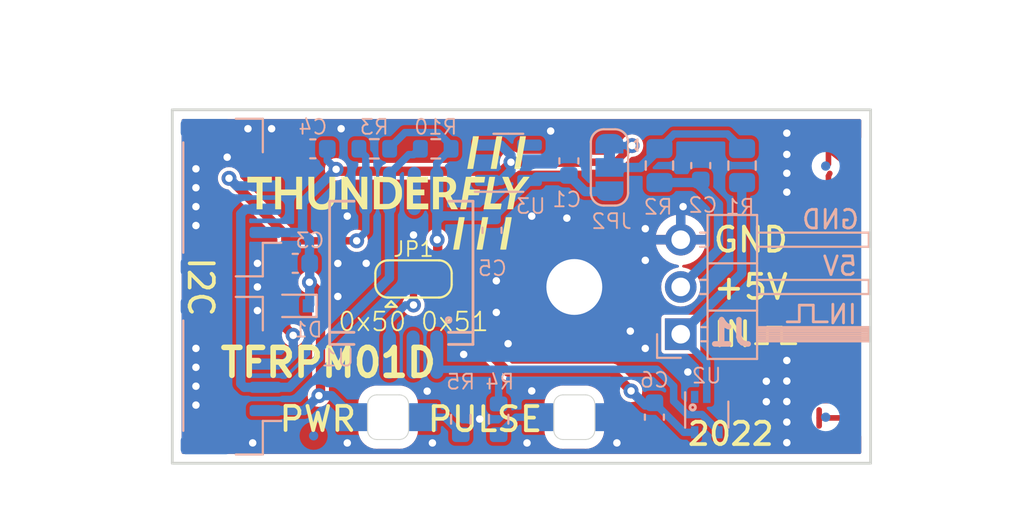
<source format=kicad_pcb>
(kicad_pcb (version 20211014) (generator pcbnew)
  (title_block (date "2022-03-05_07-52-51") (company "ThunderFly s.r.o."))
  (layers (0 "F.Cu" jumper) (31 "B.Cu" signal) (34 "B.Paste" user) (35 "F.Paste" user) (36 "B.SilkS" user "B.Silkscreen") (37 "F.SilkS" user "F.Silkscreen") (38 "B.Mask" user) (39 "F.Mask" user) (44 "Edge.Cuts" user))
  (net 0 "")
  (net 1 "GND")
  (net 2 "Net-(D2-Pad2)")
  (net 3 "/COUNT")
  (net 4 "+3V3")
  (net 5 "+5V")
  (net 6 "/SDA")
  (net 7 "/SCL")
  (net 8 "Net-(R4-Pad1)")
  (net 9 "Net-(JP1-Pad2)")
  (net 10 "Net-(JP2-Pad2)")
  (net 11 "Net-(C2-Pad1)")
  (net 12 "Net-(D3-Pad1)")
  (footprint "Jumper:SolderJumper-3_P1.3mm_Bridged12_RoundedPad1.0x1.5mm" (layer "F.Cu") (at 123.952 131.9)
    (fp_text reference "JP1" (at 0 -1.6002) (layer "F.SilkS") (effects (font (size 0.8 0.8) (thickness 0.1))))
    (fp_text value "SolderJumper_3_Bridged12" hide)
    (fp_poly (pts (xy -0.9 -0.3) (xy -0.4 -0.3) (xy -0.4 0.3) (xy -0.9 0.3)) (layer "F.Cu") (width 0) (fill solid))
    (pad "1" smd custom locked (at -1.3 0) (size 1 0.5) (layers "F.Cu" "F.Mask") (net 1 "GND") (options (clearance outline) (anchor rect)) (primitives (gr_circle (center 0 0.25) (end 0.5 0.25) (width 0) (fill yes)) (gr_circle (center 0 -0.25) (end 0.5 -0.25) (width 0) (fill yes)) (gr_poly (pts (xy 0.55 0.75) (xy 0 0.75) (xy 0 -0.75) (xy 0.55 -0.75)) (width 0) (fill yes))))
    (pad "2" smd rect locked (at 0 0) (size 1 1.5) (layers "F.Cu" "F.Mask") (net 9 "Net-(JP1-Pad2)"))
    (pad "3" smd custom locked (at 1.3 0) (size 1 0.5) (layers "F.Cu" "F.Mask") (net 4 "+3V3") (options (clearance outline) (anchor rect)) (primitives (gr_circle (center 0 0.25) (end 0.5 0.25) (width 0) (fill yes)) (gr_circle (center 0 -0.25) (end 0.5 -0.25) (width 0) (fill yes)) (gr_poly (pts (xy 0 0.75) (xy -0.55 0.75) (xy -0.55 -0.75) (xy 0 -0.75)) (width 0) (fill yes))))
  )
  (footprint "MLAB_LOGA:TF" (layer "F.Cu") (at 122.520604 127.28203)
    (fp_text reference "G1" hide)
    (fp_text value "LOGO" hide)
  )
  (footprint "Diode_SMD:D_SOD-523" (layer "B.Cu") (at 117.602 133.347096 180)
    (fp_text reference "D1" (at -0.686 -1.284) (layer "B.SilkS") (effects (font (size 0.8 0.8) (thickness 0.1)) (justify mirror)))
    (fp_text value "BZX585-B5V6.115")
    (pad "1" smd rect (at -0.7 0) (size 0.6 0.7) (layers "B.Cu" "B.Paste" "B.Mask") (net 5 "+5V"))
    (pad "2" smd rect (at 0.7 0) (size 0.6 0.7) (layers "B.Cu" "B.Paste" "B.Mask") (net 1 "GND"))
  )
  (footprint "Mlab_Mechanical:MountingHole_3mm" (layer "B.Cu") (at 132.588 132.331096)
    (fp_text reference "M2" hide)
    (fp_text value "M3" hide)
    (pad "1" thru_hole circle locked (at 0 0) (size 6 6) (drill 3) (layers *.Cu *.Adhes *.Mask) (net 1 "GND") (clearance 1))
  )
  (footprint "Resistor_SMD:R_0603_1608Metric" (layer "B.Cu") (at 125.146 124.906 180)
    (fp_text reference "R10" (at 0 1.174904) (layer "B.SilkS") (effects (font (size 0.8 0.8) (thickness 0.1)) (justify mirror)))
    (fp_text value "10k")
    (pad "1" smd roundrect (at -0.825 0 180) (size 0.8 0.95) (layers "B.Cu" "B.Paste" "B.Mask") (net 4 "+3V3"))
    (pad "2" smd roundrect (at 0.825 0 180) (size 0.8 0.95) (layers "B.Cu" "B.Paste" "B.Mask") (net 7 "/SCL"))
  )
  (footprint "Connector_PinHeader_2.54mm:PinHeader_1x03_P2.54mm_Horizontal" (layer "B.Cu") (at 138.303 134.871096)
    (fp_text reference "J1" (at 2.693 -0.065096) (layer "B.SilkS") (effects (font (size 1.3 1.3) (thickness 0.3)) (justify mirror)))
    (fp_text value "HEADER_1x03" hide)
    (pad "1" thru_hole rect (at 0 0) (size 1.7 1.7) (drill 1) (layers *.Cu *.Mask) (net 3 "/COUNT"))
    (pad "2" thru_hole oval (at 0 -2.54) (size 1.7 1.7) (drill 1) (layers *.Cu *.Mask) (net 11 "Net-(C2-Pad1)"))
    (pad "3" thru_hole oval (at 0 -5.08) (size 1.7 1.7) (drill 1) (layers *.Cu *.Mask) (net 1 "GND"))
  )
  (footprint "Package_TO_SOT_SMD:SOT-23-5" (layer "B.Cu") (at 129.046 125.656)
    (fp_text reference "U3" (at 1.2052 2.331696 180) (layer "B.SilkS") (effects (font (size 0.8 0.8) (thickness 0.1)) (justify mirror)))
    (fp_text value "MIC5504-3.3YM5" hide)
    (pad "1" smd roundrect (at -1.1375 0.95) (size 1.325 0.6) (layers "B.Cu" "B.Paste" "B.Mask") (net 5 "+5V"))
    (pad "2" smd roundrect (at -1.1375 0) (size 1.325 0.6) (layers "B.Cu" "B.Paste" "B.Mask") (net 1 "GND"))
    (pad "3" smd roundrect (at -1.1375 -0.95) (size 1.325 0.6) (layers "B.Cu" "B.Paste" "B.Mask") (net 5 "+5V"))
    (pad "4" smd roundrect (at 1.1375 -0.95) (size 1.325 0.6) (layers "B.Cu" "B.Paste" "B.Mask"))
    (pad "5" smd roundrect (at 1.1375 0.95) (size 1.325 0.6) (layers "B.Cu" "B.Paste" "B.Mask") (net 4 "+3V3"))
  )
  (footprint "Capacitor_SMD:C_0603_1608Metric" (layer "B.Cu") (at 117.602 131.061096 180)
    (fp_text reference "C3" (at -0.786 1.23) (layer "B.SilkS") (effects (font (size 0.8 0.8) (thickness 0.1)) (justify mirror)))
    (fp_text value "10uF" hide)
    (pad "1" smd roundrect (at -0.775 0 180) (size 0.9 0.95) (layers "B.Cu" "B.Paste" "B.Mask") (net 5 "+5V"))
    (pad "2" smd roundrect (at 0.775 0 180) (size 0.9 0.95) (layers "B.Cu" "B.Paste" "B.Mask") (net 1 "GND"))
  )
  (footprint "Capacitor_SMD:C_0603_1608Metric" (layer "B.Cu") (at 118.546 124.906 180)
    (fp_text reference "C4" (at 0 1.174904) (layer "B.SilkS") (effects (font (size 0.8 0.8) (thickness 0.1)) (justify mirror)))
    (fp_text value "100nF")
    (pad "1" smd roundrect (at -0.775 0 180) (size 0.9 0.95) (layers "B.Cu" "B.Paste" "B.Mask") (net 5 "+5V"))
    (pad "2" smd roundrect (at 0.775 0 180) (size 0.9 0.95) (layers "B.Cu" "B.Paste" "B.Mask") (net 1 "GND"))
  )
  (footprint "Connector_JST:JST_GH_SM04B-GHS-TB_1x04-1MP_P1.25mm_Horizontal" (layer "B.Cu") (at 114.15 127.525 90)
    (fp_text reference "J2" hide)
    (fp_text value "SM04B-GHS-TB" hide)
    (pad "1" smd roundrect (at -1.875 1.85 90) (size 0.6 1.7) (layers "B.Cu" "B.Paste" "B.Mask") (net 5 "+5V"))
    (pad "2" smd roundrect (at -0.625 1.85 90) (size 0.6 1.7) (layers "B.Cu" "B.Paste" "B.Mask") (net 7 "/SCL"))
    (pad "3" smd roundrect (at 0.625 1.85 90) (size 0.6 1.7) (layers "B.Cu" "B.Paste" "B.Mask") (net 6 "/SDA"))
    (pad "4" smd roundrect (at 1.875 1.85 90) (size 0.6 1.7) (layers "B.Cu" "B.Paste" "B.Mask") (net 1 "GND"))
    (pad "MP" smd roundrect (at 3.725 -1.35 90) (size 1 2.7) (layers "B.Cu" "B.Paste" "B.Mask") (net 1 "GND"))
    (pad "MP" smd roundrect (at -3.725 -1.35 90) (size 1 2.7) (layers "B.Cu" "B.Paste" "B.Mask") (net 1 "GND"))
  )
  (footprint "Resistor_SMD:R_0603_1608Metric" (layer "B.Cu") (at 128.524 139.443096 -90)
    (fp_text reference "R4" (at -2.012 -0.064 180) (layer "B.SilkS") (effects (font (size 0.8 0.8) (thickness 0.1)) (justify mirror)))
    (fp_text value "51R")
    (pad "1" smd roundrect (at -0.825 0 270) (size 0.8 0.95) (layers "B.Cu" "B.Paste" "B.Mask") (net 8 "Net-(R4-Pad1)"))
    (pad "2" smd roundrect (at 0.825 0 270) (size 0.8 0.95) (layers "B.Cu" "B.Paste" "B.Mask") (net 2 "Net-(D2-Pad2)"))
  )
  (footprint "Resistor_SMD:R_0805_2012Metric" (layer "B.Cu") (at 141.596 125.806 -90)
    (fp_text reference "R1" (at 2.225096 0.108) (layer "B.SilkS") (effects (font (size 0.8 0.8) (thickness 0.1)) (justify mirror)))
    (fp_text value "22k")
    (pad "1" smd roundrect (at -0.9125 0 270) (size 1.025 1.4) (layers "B.Cu" "B.Paste" "B.Mask") (roundrect_rratio 0.243902) (net 10 "Net-(JP2-Pad2)"))
    (pad "2" smd roundrect (at 0.9125 0 270) (size 1.025 1.4) (layers "B.Cu" "B.Paste" "B.Mask") (roundrect_rratio 0.243902) (net 3 "/COUNT"))
  )
  (footprint "Resistor_SMD:R_0805_2012Metric" (layer "B.Cu") (at 137.16 125.806 90)
    (fp_text reference "R2" (at -2.225096 -0.072 180) (layer "B.SilkS") (effects (font (size 0.8 0.8) (thickness 0.1)) (justify mirror)))
    (fp_text value "82R")
    (pad "1" smd roundrect (at -0.9125 0 90) (size 1.025 1.4) (layers "B.Cu" "B.Paste" "B.Mask") (roundrect_rratio 0.243902) (net 11 "Net-(C2-Pad1)"))
    (pad "2" smd roundrect (at 0.9125 0 90) (size 1.025 1.4) (layers "B.Cu" "B.Paste" "B.Mask") (roundrect_rratio 0.243902) (net 10 "Net-(JP2-Pad2)"))
  )
  (footprint "Resistor_SMD:R_0603_1608Metric" (layer "B.Cu") (at 121.846 124.906 180)
    (fp_text reference "R3" (at 0 1.174904) (layer "B.SilkS") (effects (font (size 0.8 0.8) (thickness 0.1)) (justify mirror)))
    (fp_text value "10k")
    (pad "1" smd roundrect (at -0.825 0 180) (size 0.8 0.95) (layers "B.Cu" "B.Paste" "B.Mask") (net 4 "+3V3"))
    (pad "2" smd roundrect (at 0.825 0 180) (size 0.8 0.95) (layers "B.Cu" "B.Paste" "B.Mask") (net 6 "/SDA"))
  )
  (footprint "Capacitor_SMD:C_0603_1608Metric" (layer "B.Cu") (at 136.888 139.331096 -90)
    (fp_text reference "C6" (at -2 0 180) (layer "B.SilkS") (effects (font (size 0.8 0.8) (thickness 0.1)) (justify mirror)))
    (fp_text value "100nF")
    (pad "1" smd roundrect (at -0.775 0 270) (size 0.9 0.95) (layers "B.Cu" "B.Paste" "B.Mask") (net 4 "+3V3"))
    (pad "2" smd roundrect (at 0.775 0 270) (size 0.9 0.95) (layers "B.Cu" "B.Paste" "B.Mask") (net 1 "GND"))
  )
  (footprint "Connector_JST:JST_GH_SM04B-GHS-TB_1x04-1MP_P1.25mm_Horizontal" (layer "B.Cu") (at 114.15 137.1 90)
    (fp_text reference "J3" hide)
    (fp_text value "SM04B-GHS-TB" hide)
    (pad "1" smd roundrect (at -1.875 1.85 90) (size 0.6 1.7) (layers "B.Cu" "B.Paste" "B.Mask") (net 5 "+5V"))
    (pad "2" smd roundrect (at -0.625 1.85 90) (size 0.6 1.7) (layers "B.Cu" "B.Paste" "B.Mask") (net 7 "/SCL"))
    (pad "3" smd roundrect (at 0.625 1.85 90) (size 0.6 1.7) (layers "B.Cu" "B.Paste" "B.Mask") (net 6 "/SDA"))
    (pad "4" smd roundrect (at 1.875 1.85 90) (size 0.6 1.7) (layers "B.Cu" "B.Paste" "B.Mask") (net 1 "GND"))
    (pad "MP" smd roundrect (at -3.725 -1.35 90) (size 1 2.7) (layers "B.Cu" "B.Paste" "B.Mask") (net 1 "GND"))
    (pad "MP" smd roundrect (at 3.725 -1.35 90) (size 1 2.7) (layers "B.Cu" "B.Paste" "B.Mask") (net 1 "GND"))
  )
  (footprint "Capacitor_SMD:C_0603_1608Metric" (layer "B.Cu") (at 128.1685 129.286 -90)
    (fp_text reference "C5" (at 2.045096 -0.0195 180) (layer "B.SilkS") (effects (font (size 0.8 0.8) (thickness 0.1)) (justify mirror)))
    (fp_text value "100nF")
    (pad "1" smd roundrect (at -0.775 0 270) (size 0.9 0.95) (layers "B.Cu" "B.Paste" "B.Mask") (net 4 "+3V3"))
    (pad "2" smd roundrect (at 0.775 0 270) (size 0.9 0.95) (layers "B.Cu" "B.Paste" "B.Mask") (net 1 "GND"))
  )
  (footprint "Mlab_IO:SOT176-1" (layer "B.Cu") (at 123.296 131.569096 180)
    (fp_text reference "U1" (at 3.408 -4.574) (layer "B.SilkS") (effects (font (size 0.9 0.9) (thickness 0.1)) (justify mirror)))
    (fp_text value "PCF8583" hide)
    (pad "1" smd oval (at -1.905 -4.4 180) (size 0.7 2.6) (layers "B.Cu" "B.Paste" "B.Mask") (net 8 "Net-(R4-Pad1)"))
    (pad "2" smd oval (at -0.635 -4.4 180) (size 0.7 2.6) (layers "B.Cu" "B.Paste" "B.Mask"))
    (pad "3" smd oval (at 0.635 -4.4 180) (size 0.7 2.6) (layers "B.Cu" "B.Paste" "B.Mask") (net 9 "Net-(JP1-Pad2)"))
    (pad "4" smd oval (at 1.91 -4.4 180) (size 0.7 2.6) (layers "B.Cu" "B.Paste" "B.Mask") (net 1 "GND"))
    (pad "5" smd oval (at 1.905 4.4 180) (size 0.7 2.6) (layers "B.Cu" "B.Paste" "B.Mask") (net 6 "/SDA"))
    (pad "6" smd oval (at 0.635 4.4 180) (size 0.7 2.6) (layers "B.Cu" "B.Paste" "B.Mask") (net 7 "/SCL"))
    (pad "7" smd oval (at -0.7 4.4 180) (size 0.7 2.6) (layers "B.Cu" "B.Paste" "B.Mask"))
    (pad "8" smd oval (at -1.905 4.4 180) (size 0.7 2.6) (layers "B.Cu" "B.Paste" "B.Mask") (net 4 "+3V3"))
  )
  (footprint "Capacitor_SMD:C_0603_1608Metric" (layer "B.Cu") (at 132.296 125.556 90)
    (fp_text reference "C1" (at -2.075096 -0.108) (layer "B.SilkS") (effects (font (size 0.8 0.8) (thickness 0.1)) (justify mirror)))
    (fp_text value "1uF")
    (pad "1" smd roundrect (at -0.775 0 90) (size 0.9 0.95) (layers "B.Cu" "B.Paste" "B.Mask") (net 4 "+3V3"))
    (pad "2" smd roundrect (at 0.775 0 90) (size 0.9 0.95) (layers "B.Cu" "B.Paste" "B.Mask") (net 1 "GND"))
  )
  (footprint "Capacitor_SMD:C_0603_1608Metric" (layer "B.Cu") (at 139.378 125.806 90)
    (fp_text reference "C2" (at -2.125096 0.11 180) (layer "B.SilkS") (effects (font (size 0.8 0.8) (thickness 0.1)) (justify mirror)))
    (fp_text value "10uF")
    (pad "1" smd roundrect (at -0.775 0 90) (size 0.9 0.95) (layers "B.Cu" "B.Paste" "B.Mask") (net 11 "Net-(C2-Pad1)"))
    (pad "2" smd roundrect (at 0.775 0 90) (size 0.9 0.95) (layers "B.Cu" "B.Paste" "B.Mask") (net 1 "GND"))
  )
  (footprint "Mlab_D:LED_1206_2" (layer "B.Cu") (at 132.588 139.331096)
    (fp_text reference "D2" hide)
    (fp_text value "LED RED" hide)
    (fp_line (start 1.1 -0.7) (end 1.1 0.7) (layer "Edge.Cuts") (width 0.05))
    (fp_line (start -0.6 1.2) (end 0.6 1.2) (layer "Edge.Cuts") (width 0.05))
    (fp_line (start -0.6 -1.2) (end 0.6 -1.2) (layer "Edge.Cuts") (width 0.05))
    (fp_line (start -1.1 -0.7) (end -1.1 0.7) (layer "Edge.Cuts") (width 0.05))
    (fp_arc (start -0.6 1.2) (mid -0.953553 1.053553) (end -1.1 0.7) (layer "Edge.Cuts") (width 0.05))
    (fp_arc (start 1.1 0.7) (mid 0.953553 1.053553) (end 0.6 1.2) (layer "Edge.Cuts") (width 0.05))
    (fp_arc (start 0.6 -1.2) (mid 0.953553 -1.053553) (end 1.1 -0.7) (layer "Edge.Cuts") (width 0.05))
    (fp_arc (start -1.1 -0.7) (mid -0.953553 -1.053553) (end -0.6 -1.2) (layer "Edge.Cuts") (width 0.05))
    (pad "1" smd rect (at 1.88 0 180) (size 1.5 1.5) (layers "B.Cu" "B.Paste" "B.Mask") (net 1 "GND"))
    (pad "2" smd rect (at -1.88 0) (size 1.5 1.5) (layers "B.Cu" "B.Paste" "B.Mask") (net 2 "Net-(D2-Pad2)"))
  )
  (footprint "Fiducial:Fiducial_0.5mm_Mask1.5mm" (layer "B.Cu") (at 118.588 140.331096 90)
    (fp_text reference "FID3" hide)
    (fp_text value "Fiducial" hide)
    (pad "" smd circle (at 0 0 90) (size 0.5 0.5) (layers "B.Cu" "B.Mask") (clearance 0.5))
  )
  (footprint "Package_TO_SOT_SMD:SOT-353_SC-70-5" (layer "B.Cu") (at 139.7 139.192 -90)
    (fp_text reference "U2" (at -2.086 0.004 180) (layer "B.SilkS") (effects (font (size 0.8 0.8) (thickness 0.1)) (justify mirror)))
    (fp_text value "SN74LVC1G14-Q1" hide)
    (pad "1" smd rect (at -0.95 0.65 270) (size 0.65 0.4) (layers "B.Cu" "B.Paste" "B.Mask"))
    (pad "2" smd rect (at -0.95 0 270) (size 0.65 0.4) (layers "B.Cu" "B.Paste" "B.Mask") (net 3 "/COUNT"))
    (pad "3" smd rect (at -0.95 -0.65 270) (size 0.65 0.4) (layers "B.Cu" "B.Paste" "B.Mask") (net 1 "GND"))
    (pad "4" smd rect (at 0.95 -0.65 270) (size 0.65 0.4) (layers "B.Cu" "B.Paste" "B.Mask") (net 8 "Net-(R4-Pad1)"))
    (pad "5" smd rect (at 0.95 0.65 270) (size 0.65 0.4) (layers "B.Cu" "B.Paste" "B.Mask") (net 4 "+3V3"))
  )
  (footprint "Resistor_SMD:R_0603_1608Metric" (layer "B.Cu") (at 126.492 139.443096 90)
    (fp_text reference "R5" (at 2.012 -0.004 180) (layer "B.SilkS") (effects (font (size 0.8 0.8) (thickness 0.1)) (justify mirror)))
    (fp_text value "R")
    (pad "1" smd roundrect (at -0.825 0 90) (size 0.8 0.95) (layers "B.Cu" "B.Paste" "B.Mask") (net 12 "Net-(D3-Pad1)"))
    (pad "2" smd roundrect (at 0.825 0 90) (size 0.8 0.95) (layers "B.Cu" "B.Paste" "B.Mask") (net 1 "GND"))
  )
  (footprint "Fiducial:Fiducial_0.5mm_Mask1.5mm" (layer "B.Cu") (at 146.088 125.831096)
    (fp_text reference "FID1" hide)
    (fp_text value "Fiducial" hide)
    (pad "" smd circle (at 0 0) (size 0.5 0.5) (layers "B.Cu" "B.Mask") (clearance 0.5))
  )
  (footprint "Mlab_D:LED_1206_2" (layer "B.Cu") (at 122.588 139.331096)
    (fp_text reference "D3" hide)
    (fp_text value "LED GREEN" hide)
    (fp_line (start -0.6 -1.2) (end 0.6 -1.2) (layer "Edge.Cuts") (width 0.05))
    (fp_line (start -1.1 -0.7) (end -1.1 0.7) (layer "Edge.Cuts") (width 0.05))
    (fp_line (start -0.6 1.2) (end 0.6 1.2) (layer "Edge.Cuts") (width 0.05))
    (fp_line (start 1.1 -0.7) (end 1.1 0.7) (layer "Edge.Cuts") (width 0.05))
    (fp_arc (start 1.1 0.7) (mid 0.953553 1.053553) (end 0.6 1.2) (layer "Edge.Cuts") (width 0.05))
    (fp_arc (start 0.6 -1.2) (mid 0.953553 -1.053553) (end 1.1 -0.7) (layer "Edge.Cuts") (width 0.05))
    (fp_arc (start -1.1 -0.7) (mid -0.953553 -1.053553) (end -0.6 -1.2) (layer "Edge.Cuts") (width 0.05))
    (fp_arc (start -0.6 1.2) (mid -0.953553 1.053553) (end -1.1 0.7) (layer "Edge.Cuts") (width 0.05))
    (pad "1" smd rect (at 1.88 0 180) (size 1.5 1.5) (layers "B.Cu" "B.Paste" "B.Mask") (net 12 "Net-(D3-Pad1)"))
    (pad "2" smd rect (at -1.88 0) (size 1.5 1.5) (layers "B.Cu" "B.Paste" "B.Mask") (net 5 "+5V"))
  )
  (footprint "Fiducial:Fiducial_0.5mm_Mask1.5mm" (layer "B.Cu") (at 146.088 139.331096)
    (fp_text reference "FID2" hide)
    (fp_text value "Fiducial" hide)
    (pad "" smd circle (at 0 0) (size 0.5 0.5) (layers "B.Cu" "B.Mask") (clearance 0.5))
  )
  (footprint "Jumper:SolderJumper-3_P1.3mm_Bridged12_RoundedPad1.0x1.5mm" (layer "B.Cu") (at 134.4755 125.906 -90)
    (fp_text reference "JP2" (at 2.894496 -0.1125) (layer "B.SilkS") (effects (font (size 0.8 0.8) (thickness 0.1)) (justify mirror)))
    (fp_text value "SolderJumper_3_Bridged12" hide)
    (fp_poly (pts (xy -0.9 0.3) (xy -0.4 0.3) (xy -0.4 -0.3) (xy -0.9 -0.3)) (layer "B.Cu") (width 0) (fill solid))
    (pad "1" smd custom locked (at -1.3 0 270) (size 1 0.5) (layers "B.Cu" "B.Mask") (net 5 "+5V") (options (clearance outline) (anchor rect)) (primitives (gr_circle (center 0 -0.25) (end 0.5 -0.25) (width 0) (fill yes)) (gr_circle (center 0 0.25) (end 0.5 0.25) (width 0) (fill yes)) (gr_poly (pts (xy 0.55 0.75) (xy 0 0.75) (xy 0 -0.75) (xy 0.55 -0.75)) (width 0) (fill yes))))
    (pad "2" smd rect locked (at 0 0 270) (size 1 1.5) (layers "B.Cu" "B.Mask") (net 10 "Net-(JP2-Pad2)"))
    (pad "3" smd custom locked (at 1.3 0 270) (size 1 0.5) (layers "B.Cu" "B.Mask") (net 4 "+3V3") (options (clearance outline) (anchor rect)) (primitives (gr_circle (center 0 -0.25) (end 0.5 -0.25) (width 0) (fill yes)) (gr_circle (center 0 0.25) (end 0.5 0.25) (width 0) (fill yes)) (gr_poly (pts (xy 0 0.75) (xy -0.55 0.75) (xy -0.55 -0.75) (xy 0 -0.75)) (width 0) (fill yes))))
  )
  (gr_line (start 145.421 134.206) (end 145.421 133.306) (layer "B.SilkS") (width 0.15))
  (gr_circle (center 138.946 138.806) (end 138.996 138.856) (layer "B.SilkS") (width 0.15) (fill none))
  (gr_line (start 146.171 134.206) (end 145.421 134.206) (layer "B.SilkS") (width 0.15))
  (gr_line (start 144.671 134.206) (end 144.021 134.206) (layer "B.SilkS") (width 0.15))
  (gr_line (start 145.421 133.306) (end 144.671 133.306) (layer "B.SilkS") (width 0.15))
  (gr_line (start 144.671 133.306) (end 144.671 134.206) (layer "B.SilkS") (width 0.15))
  (gr_line (start 142.957 135.382) (end 142.957 134.493) (layer "F.SilkS") (width 0.15))
  (gr_line (start 143.719 134.493) (end 143.719 135.382) (layer "F.SilkS") (width 0.15))
  (gr_line (start 142.322 135.382) (end 142.957 135.382) (layer "F.SilkS") (width 0.15))
  (gr_line (start 143.719 135.382) (end 144.481 135.382) (layer "F.SilkS") (width 0.15))
  (gr_line (start 142.957 134.493) (end 143.719 134.493) (layer "F.SilkS") (width 0.15))
  (gr_line (start 148.498 122.806096) (end 148.498 141.806096) (layer "Edge.Cuts") (width 0.15))
  (gr_line (start 110.998 141.806096) (end 110.998 122.806096) (layer "Edge.Cuts") (width 0.15))
  (gr_line (start 110.998 141.806096) (end 148.498 141.806096) (layer "Edge.Cuts") (width 0.15))
  (gr_line (start 110.998 122.806096) (end 148.498 122.806096) (layer "Edge.Cuts") (width 0.15))
  (gr_text "ThunderFly.cz" (at 146.558 132.334 90) (layer "F.Cu") (effects (font (size 1.5 1.5) (thickness 0.3))))
  (gr_text "IN" (at 146.996 133.806) (layer "B.SilkS") (effects (font (size 1 1)) (justify mirror)))
  (gr_text "GND" (at 146.346 128.706) (layer "B.SilkS") (effects (font (size 1 1)) (justify mirror)))
  (gr_text "5V" (at 146.846 131.206) (layer "B.SilkS") (effects (font (size 1 1)) (justify mirror)))
  (gr_text "+5V" (at 139.954 132.334) (layer "F.SilkS") (effects (font (size 1.3 1.3) (thickness 0.2)) (justify left)))
  (gr_text "TFRPM01D" (at 119.38 136.4) (layer "F.SilkS") (effects (font (size 1.5 1.5) (thickness 0.3))))
  (gr_text "GND" (at 139.954 129.794) (layer "F.SilkS") (effects (font (size 1.3 1.3) (thickness 0.2)) (justify left)))
  (gr_text "2022" (at 140.988 140.231096) (layer "F.SilkS") (effects (font (size 1.2 1.2) (thickness 0.2))))
  (gr_text "IN" (at 139.954 134.874) (layer "F.SilkS") (effects (font (size 1.3 1.3) (thickness 0.2)) (justify left)))
  (gr_text "I2C" (at 112.522 132.331096 270) (layer "F.SilkS") (effects (font (size 1.3 1.3) (thickness 0.2))))
  (gr_text "PULSE" (at 130.988 139.443096) (layer "F.SilkS") (effects (font (size 1.3 1.3) (thickness 0.2)) (justify right)))
  (gr_text "0x50 0x51" (at 123.952 134.2) (layer "F.SilkS") (effects (font (size 1 1) (thickness 0.1))))
  (gr_text "PWR" (at 120.988 139.431096) (layer "F.SilkS") (effects (font (size 1.3 1.3) (thickness 0.2)) (justify right)))
  (via (at 131.318 123.949096) (size 0.8) (drill 0.4) (layers "F.Cu" "B.Cu") (net 1))
  (via (at 142.9 138.5) (size 0.8) (drill 0.4) (layers "F.Cu" "B.Cu") (net 1))
  (via (at 120.396 128.524) (size 0.8) (drill 0.4) (layers "F.Cu" "B.Cu") (net 1))
  (via (at 115.316 140.713096) (size 0.8) (drill 0.4) (layers "F.Cu" "B.Cu") (net 1))
  (via (at 120.396 140.716) (size 0.8) (drill 0.4) (layers "F.Cu" "B.Cu") (net 1))
  (via (at 112.268 129.029096) (size 0.8) (drill 0.4) (layers "F.Cu" "B.Cu") (net 1))
  (via (at 112.268 138.681096) (size 0.8) (drill 0.4) (layers "F.Cu" "B.Cu") (net 1))
  (via (at 112.268 135.633096) (size 0.8) (drill 0.4) (layers "F.Cu" "B.Cu") (net 1))
  (via (at 112.268 137.665096) (size 0.8) (drill 0.4) (layers "F.Cu" "B.Cu") (net 1))
  (via (at 112.268 125.981096) (size 0.8) (drill 0.4) (layers "F.Cu" "B.Cu") (net 1))
  (via (at 112.268 136.649096) (size 0.8) (drill 0.4) (layers "F.Cu" "B.Cu") (net 1))
  (via (at 112.268 126.997096) (size 0.8) (drill 0.4) (layers "F.Cu" "B.Cu") (net 1))
  (via (at 112.268 128.013096) (size 0.8) (drill 0.4) (layers "F.Cu" "B.Cu") (net 1))
  (via (at 116.332 123.825) (size 0.8) (drill 0.4) (layers "F.Cu" "B.Cu") (net 1))
  (via (at 138.684 136.903096) (size 0.8) (drill 0.4) (layers "F.Cu" "B.Cu") (net 1))
  (via (at 144 137.388) (size 0.8) (drill 0.4) (layers "F.Cu" "B.Cu") (net 1))
  (via (at 144 138.492) (size 0.8) (drill 0.4) (layers "F.Cu" "B.Cu") (net 1))
  (via (at 144 136.284) (size 0.8) (drill 0.4) (layers "F.Cu" "B.Cu") (net 1))
  (via (at 144 124.063) (size 0.8) (drill 0.4) (layers "F.Cu" "B.Cu") (net 1))
  (via (at 130.302 128.524) (size 0.8) (drill 0.4) (layers "F.Cu" "B.Cu") (net 1))
  (via (at 144 140.7) (size 0.8) (drill 0.4) (layers "F.Cu" "B.Cu") (net 1))
  (via (at 144 139.596) (size 0.8) (drill 0.4) (layers "F.Cu" "B.Cu") (net 1))
  (via (at 136.4 129.2) (size 0.8) (drill 0.4) (layers "F.Cu" "B.Cu") (net 1))
  (via (at 136.4 130.9) (size 0.8) (drill 0.4) (layers "F.Cu" "B.Cu") (net 1))
  (via (at 144 125.206) (size 0.8) (drill 0.4) (layers "F.Cu" "B.Cu") (net 1))
  (via (at 130.048 140.716) (size 0.8) (drill 0.4) (layers "F.Cu" "B.Cu") (net 1))
  (via (at 115.57 132.331096) (size 0.8) (drill 0.4) (layers "F.Cu" "B.Cu") (net 1))
  (via (at 132.188 128.631096) (size 0.8) (drill 0.4) (layers "F.Cu" "B.Cu") (net 1))
  (via (at 134.874 140.713096) (size 0.8) (drill 0.4) (layers "F.Cu" "B.Cu") (net 1))
  (via (at 121.412 131.061096) (size 0.8) (drill 0.4) (layers "F.Cu" "B.Cu") (net 1))
  (via (at 119.888 132.842) (size 0.8) (drill 0.4) (layers "F.Cu" "B.Cu") (net 1))
  (via (at 130.302 137.919096) (size 0.8) (drill 0.4) (layers "F.Cu" "B.Cu") (net 1))
  (via (at 142.9 137.4) (size 0.8) (drill 0.4) (layers "F.Cu" "B.Cu") (net 1))
  (via (at 124.688 137.931096) (size 0.8) (drill 0.4) (layers "F.Cu" "B.Cu") (net 1))
  (via (at 126.646 135.956) (size 0.8) (drill 0.4) (layers "F.Cu" "B.Cu") (net 1))
  (via (at 128.4 133.7) (size 0.8) (drill 0.4) (layers "F.Cu" "B.Cu") (net 1))
  (via (at 119.888 131.064) (size 0.8) (drill 0.4) (layers "F.Cu" "B.Cu") (net 1))
  (via (at 128.4 132) (size 0.8) (drill 0.4) (layers "F.Cu" "B.Cu") (net 1))
  (via (at 135.596 134.706) (size 0.8) (drill 0.4) (layers "F.Cu" "B.Cu") (net 1))
  (via (at 123.952 129.537096) (size 0.8) (drill 0.4) (layers "F.Cu" "B.Cu") (net 1))
  (via (at 144 127.235096) (size 0.8) (drill 0.4) (layers "F.Cu" "B.Cu") (net 1))
  (via (at 144 126.219096) (size 0.8) (drill 0.4) (layers "F.Cu" "B.Cu") (net 1))
  (via (at 138.43 128.013096) (size 0.8) (drill 0.4) (layers "F.Cu" "B.Cu") (net 1))
  (via (at 124.968 140.716) (size 0.8) (drill 0.4) (layers "F.Cu" "B.Cu") (net 1))
  (via (at 115.57 133.601096) (size 0.8) (drill 0.4) (layers "F.Cu" "B.Cu") (net 1))
  (via (at 120.0658 123.825) (size 0.8) (drill 0.4) (layers "F.Cu" "B.Cu") (net 1))
  (via (at 136.398 135.633096) (size 0.8) (drill 0.4) (layers "F.Cu" "B.Cu") (net 1))
  (via (at 113.946 125.356) (size 0.8) (drill 0.4) (layers "F.Cu" "B.Cu") (net 1))
  (via (at 115.57 131.061096) (size 0.8) (drill 0.4) (layers "F.Cu" "B.Cu") (net 1))
  (via (at 115.062 123.825) (size 0.8) (drill 0.4) (layers "F.Cu" "B.Cu") (net 1))
  (via (at 129.032 135.379096) (size 0.8) (drill 0.4) (layers "F.Cu" "B.Cu") (net 1))
  (via (at 127.508 139.431096) (size 0.8) (drill 0.4) (layers "F.Cu" "B.Cu") (net 1))
  (segment (start 129.461 139.331096) (end 128.524 140.268096) (width 0.4) (layer "B.Cu") (net 2))
  (segment (start 130.708 139.331096) (end 129.461 139.331096) (width 0.4) (layer "B.Cu") (net 2))
  (segment (start 138.303 134.871096) (end 141.5796 131.594496) (width 0.5) (layer "B.Cu") (net 3))
  (segment (start 141.5796 131.594496) (end 141.5796 126.7749) (width 0.5) (layer "B.Cu") (net 3))
  (segment (start 139.7 136.398) (end 138.303 135.001) (width 0.4) (layer "B.Cu") (net 3))
  (segment (start 139.7 136.398) (end 139.7 138.242) (width 0.4) (layer "B.Cu") (net 3))
  (segment (start 125.252 132.331096) (end 125.252 129.821096) (width 0.5) (layer "F.Cu") (net 4))
  (segment (start 125.252 133.123096) (end 125.252 132.331096) (width 0.5) (layer "F.Cu") (net 4))
  (segment (start 135.636 137.919096) (end 134.62 136.903096) (width 0.5) (layer "F.Cu") (net 4))
  (segment (start 125.252 129.821096) (end 125.222 129.791096) (width 0.5) (layer "F.Cu") (net 4))
  (segment (start 134.62 136.903096) (end 129.032 136.903096) (width 0.5) (layer "F.Cu") (net 4))
  (segment (start 129.032 136.903096) (end 125.252 133.123096) (width 0.5) (layer "F.Cu") (net 4))
  (via (at 125.222 129.791096) (size 0.8) (drill 0.4) (layers "F.Cu" "B.Cu") (net 4))
  (via (at 135.636 137.919096) (size 0.8) (drill 0.4) (layers "F.Cu" "B.Cu") (net 4))
  (segment (start 125.486096 128.511) (end 125.201 128.796096) (width 0.5) (layer "B.Cu") (net 4))
  (segment (start 125.201 127.956) (end 125.201 125.676) (width 0.4) (layer "B.Cu") (net 4))
  (segment (start 125.201 129.770096) (end 125.201 128.796096) (width 0.5) (layer "B.Cu") (net 4))
  (segment (start 125.201 128.796096) (end 125.201 127.169096) (width 0.5) (layer "B.Cu") (net 4))
  (segment (start 139.05 140.142) (end 138.473904 140.142) (width 0.4) (layer "B.Cu") (net 4))
  (segment (start 130.556 126.416) (end 131.999 126.416) (width 0.5) (layer "B.Cu") (net 4))
  (segment (start 136.398 138.681096) (end 135.636 137.919096) (width 0.5) (layer "B.Cu") (net 4))
  (segment (start 125.971 124.731) (end 125.27148 124.03148) (width 0.4) (layer "B.Cu") (net 4))
  (segment (start 134.546 127.206) (end 133.171 127.206) (width 0.5) (layer "B.Cu") (net 4))
  (segment (start 125.27148 124.03148) (end 123.49552 124.03148) (width 0.4) (layer "B.Cu") (net 4))
  (segment (start 125.201 125.676) (end 125.971 124.906) (width 0.4) (layer "B.Cu") (net 4))
  (segment (start 128.2785 128.511) (end 130.1835 126.606) (width 0.5) (layer "B.Cu") (net 4))
  (segment (start 128.1685 128.511) (end 125.486096 128.511) (width 0.5) (layer "B.Cu") (net 4))
  (segment (start 123.49552 124.03148) (end 122.621 124.906) (width 0.4) (layer "B.Cu") (net 4))
  (segment (start 138.473904 140.142) (end 136.888 138.556096) (width 0.4) (layer "B.Cu") (net 4))
  (segment (start 125.222 129.791096) (end 125.201 129.770096) (width 0.5) (layer "B.Cu") (net 4))
  (segment (start 133.171 127.206) (end 132.296 126.331) (width 0.5) (layer "B.Cu") (net 4))
  (segment (start 119.796 126.006) (end 119.901 126.111) (width 0.5) (layer "F.Cu") (net 5))
  (segment (start 118.959511 132.672607) (end 118.364 132.077096) (width 0.5) (layer "F.Cu") (net 5))
  (segment (start 119.901 126.111) (end 128.698896 126.111) (width 0.5) (layer "F.Cu") (net 5))
  (segment (start 118.872 138.173096) (end 118.959511 138.085585) (width 0.5) (layer "F.Cu") (net 5))
  (segment (start 133.340504 125.625496) (end 134.7936 125.625496) (width 0.4) (layer "F.Cu") (net 5))
  (segment (start 134.7936 125.625496) (end 135.688 124.731096) (width 0.4) (layer "F.Cu") (net 5))
  (segment (start 133.340504 125.625496) (end 129.1844 125.625496) (width 0.5) (layer "F.Cu") (net 5))
  (segment (start 128.698896 126.111) (end 129.1844 125.625496) (width 0.5) (layer "F.Cu") (net 5))
  (segment (start 118.959511 138.085585) (end 118.959511 132.672607) (width 0.5) (layer "F.Cu") (net 5))
  (via (at 118.364 132.077096) (size 0.8) (drill 0.4) (layers "F.Cu" "B.Cu") (net 5))
  (via (at 119.796 126.006) (size 0.8) (drill 0.4) (layers "F.Cu" "B.Cu") (net 5))
  (via (at 118.872 138.173096) (size 0.8) (drill 0.4) (layers "F.Cu" "B.Cu") (net 5))
  (via (at 135.688 124.731096) (size 0.8) (drill 0.4) (layers "F.Cu" "B.Cu") (net 5))
  (via (at 129.1844 125.625496) (size 0.8) (drill 0.4) (layers "F.Cu" "B.Cu") (net 5))
  (segment (start 129.1844 126.082696) (end 128.661096 126.606) (width 0.5) (layer "B.Cu") (net 5))
  (segment (start 119.55 138.173096) (end 120.708 139.331096) (width 0.5) (layer "B.Cu") (net 5))
  (segment (start 128.661096 126.606) (end 127.9085 126.606) (width 0.5) (layer "B.Cu") (net 5))
  (segment (start 118.364 129.770904) (end 117.993096 129.4) (width 0.5) (layer "B.Cu") (net 5))
  (segment (start 118.364 129.770904) (end 118.364 131.048096) (width 0.5) (layer "B.Cu") (net 5))
  (segment (start 129.1844 125.625496) (end 129.1844 126.082696) (width 0.5) (layer "B.Cu") (net 5))
  (segment (start 118.377 131.061096) (end 118.377 133.272096) (width 0.5) (layer "B.Cu") (net 5))
  (segment (start 118.377 133.272096) (end 118.302 133.347096) (width 0.5) (layer "B.Cu") (net 5))
  (segment (start 129.1844 125.625496) (end 129.1844 125.244496) (width 0.5) (layer "B.Cu") (net 5))
  (segment (start 128.645904 124.706) (end 127.946 124.706) (width 0.5) (layer "B.Cu") (net 5))
  (segment (start 119.796 126.006) (end 119.786896 126.006) (width 0.5) (layer "B.Cu") (net 5))
  (segment (start 135.688 124.731096) (end 134.600596 124.731096) (width 0.4) (layer "B.Cu") (net 5))
  (segment (start 117.993096 127.7998) (end 117.993096 129.4) (width 0.5) (layer "B.Cu") (net 5))
  (segment (start 129.1844 125.244496) (end 128.645904 124.706) (width 0.5) (layer "B.Cu") (net 5))
  (segment (start 118.872 138.173096) (end 119.55 138.173096) (width 0.5) (layer "B.Cu") (net 5))
  (segment (start 118.070096 138.975) (end 118.872 138.173096) (width 0.5) (layer "B.Cu") (net 5))
  (segment (start 119.321 125.531) (end 119.796 126.006) (width 0.4) (layer "B.Cu") (net 5))
  (segment (start 119.786896 126.006) (end 117.993096 127.7998) (width 0.5) (layer "B.Cu") (net 5))
  (segment (start 116 138.975) (end 118.070096 138.975) (width 0.5) (layer "B.Cu") (net 5))
  (segment (start 119.321 124.906) (end 119.321 125.531) (width 0.4) (layer "B.Cu") (net 5))
  (segment (start 116 129.4) (end 117.993096 129.4) (width 0.5) (layer "B.Cu") (net 5))
  (segment (start 117.094 129.537096) (end 114.046 126.489096) (width 0.5) (layer "F.Cu") (net 6))
  (segment (start 117.094 134.537096) (end 117.488 134.931096) (width 0.5) (layer "F.Cu") (net 6))
  (segment (start 117.094 129.537096) (end 117.094 134.537096) (width 0.5) (layer "F.Cu") (net 6))
  (segment (start 120.9 129.85) (end 117.24 129.85) (width 0.4) (layer "F.Cu") (net 6))
  (via (at 117.488 134.931096) (size 0.8) (drill 0.4) (layers "F.Cu" "B.Cu") (net 6))
  (via (at 114.046 126.489096) (size 0.8) (drill 0.4) (layers "F.Cu" "B.Cu") (net 6))
  (via (at 120.9 129.85) (size 0.8) (drill 0.4) (layers "F.Cu" "B.Cu") (net 6))
  (segment (start 117.488 134.931096) (end 117.508764 135.980332) (width 0.5) (layer "B.Cu") (net 6))
  (segment (start 117.508764 135.980332) (end 117.014096 136.475) (width 0.5) (layer "B.Cu") (net 6))
  (segment (start 121.391 129.359) (end 120.9 129.85) (width 0.4) (layer "B.Cu") (net 6))
  (segment (start 117.014096 136.475) (end 116 136.475) (width 0.5) (layer "B.Cu") (net 6))
  (segment (start 114.456904 126.9) (end 114.046 126.489096) (width 0.5) (layer "B.Cu") (net 6))
  (segment (start 116 126.9) (end 114.456904 126.9) (width 0.5) (layer "B.Cu") (net 6))
  (segment (start 121.391 127.956) (end 121.391 125.326) (width 0.4) (layer "B.Cu") (net 6))
  (segment (start 121.391 125.326) (end 120.971 124.906) (width 0.4) (layer "B.Cu") (net 6))
  (segment (start 121.391 127.956) (end 121.391 129.359) (width 0.4) (layer "B.Cu") (net 6))
  (segment (start 117.288096 137.725) (end 116 137.725) (width 0.5) (layer "B.Cu") (net 7))
  (segment (start 124.265096 124.906) (end 123.952 125.219096) (width 0.4) (layer "B.Cu") (net 7))
  (segment (start 114.675 137.532096) (end 114.675 128.400096) (width 0.5) (layer "B.Cu") (net 7))
  (segment (start 116 137.725) (end 114.867904 137.725) (width 0.5) (layer "B.Cu") (net 7))
  (segment (start 122.661 126.256096) (end 123.698 125.219096) (width 0.4) (layer "B.Cu") (net 7))
  (segment (start 114.675 128.400096) (end 114.925096 128.15) (width 0.5) (layer "B.Cu") (net 7))
  (segment (start 118.872 135.633096) (end 118.872 136.141096) (width 0.5) (layer "B.Cu") (net 7))
  (segment (start 122.661 131.844096) (end 118.872 135.633096) (width 0.5) (layer "B.Cu") (net 7))
  (segment (start 114.925096 128.15) (end 116 128.15) (width 0.5) (layer "B.Cu") (net 7))
  (segment (start 114.867904 137.725) (end 114.675 137.532096) (width 0.5) (layer "B.Cu") (net 7))
  (segment (start 118.872 136.141096) (end 117.288096 137.725) (width 0.5) (layer "B.Cu") (net 7))
  (segment (start 122.661 127.956) (end 122.661 131.844096) (width 0.5) (layer "B.Cu") (net 7))
  (segment (start 123.952 125.219096) (end 123.698 125.219096) (width 0.4) (layer "B.Cu") (net 7))
  (segment (start 128.524 138.618096) (end 128.524 136.862904) (width 0.4) (layer "B.Cu") (net 8))
  (segment (start 139.446 139.189096) (end 140.35 140.093096) (width 0.4) (layer "B.Cu") (net 8))
  (segment (start 125.201 136.756) (end 128.417096 136.756) (width 0.4) (layer "B.Cu") (net 8))
  (segment (start 137.922 138.465096) (end 138.646 139.189096) (width 0.4) (layer "B.Cu") (net 8))
  (segment (start 128.524 136.862904) (end 128.417096 136.756) (width 0.4) (layer "B.Cu") (net 8))
  (segment (start 137.012904 136.756) (end 137.922 137.665096) (width 0.4) (layer "B.Cu") (net 8))
  (segment (start 138.646 139.189096) (end 139.446 139.189096) (width 0.4) (layer "B.Cu") (net 8))
  (segment (start 128.417096 136.756) (end 137.012904 136.756) (width 0.4) (layer "B.Cu") (net 8))
  (segment (start 137.922 137.665096) (end 137.922 138.465096) (width 0.4) (layer "B.Cu") (net 8))
  (segment (start 123.952 133.3) (end 123.952 131.9) (width 0.4) (layer "F.Cu") (net 9))
  (via (at 123.952 133.3) (size 0.8) (drill 0.4) (layers "F.Cu" "B.Cu") (net 9))
  (segment (start 122.661 134.161) (end 122.661 135.969096) (width 0.4) (layer "B.Cu") (net 9))
  (segment (start 123.522 133.3) (end 122.661 134.161) (width 0.4) (layer "B.Cu") (net 9))
  (segment (start 123.952 133.3) (end 123.522 133.3) (width 0.4) (layer "B.Cu") (net 9))
  (segment (start 136.1475 125.906) (end 137.16 124.8935) (width 0.5) (layer "B.Cu") (net 10))
  (segment (start 137.945202 124.108298) (end 137.16 124.8935) (width 0.4) (layer "B.Cu") (net 10))
  (segment (start 140.810798 124.108298) (end 137.945202 124.108298) (width 0.4) (layer "B.Cu") (net 10))
  (segment (start 134.546 125.906) (end 136.1475 125.906) (width 0.5) (layer "B.Cu") (net 10))
  (segment (start 141.596 124.8935) (end 140.810798 124.108298) (width 0.4) (layer "B.Cu") (net 10))
  (segment (start 135.031 125.984) (end 135.031 126.081) (width 0.5) (layer "B.Cu") (net 10))
  (segment (start 135.031 126.081) (end 135.001 126.111) (width 0.5) (layer "B.Cu") (net 10))
  (segment (start 137.16 126.7185) (end 139.154404 126.7185) (width 0.5) (layer "B.Cu") (net 11))
  (segment (start 140.329489 127.893585) (end 140.329489 130.304607) (width 0.5) (layer "B.Cu") (net 11))
  (segment (start 139.192 126.756096) (end 140.329489 127.893585) (width 0.5) (layer "B.Cu") (net 11))
  (segment (start 138.303 132.331096) (end 140.329489 130.304607) (width 0.5) (layer "B.Cu") (net 11))
  (segment (start 125.618 139.331096) (end 124.468 139.331096) (width 0.4) (layer "B.Cu") (net 12))
  (segment (start 126.492 140.205096) (end 125.618 139.331096) (width 0.4) (layer "B.Cu") (net 12))
  (zone (net 1) (net_name "GND") (layers F&B.Cu) (connect_pads thru_hole_only (clearance 0.2)) (min_thickness 0.15) (fill yes (thermal_gap 0.508) (thermal_bridge_width 0.508))
    (polygon (pts (xy 156.746 145.406) (xy 156.746 116.906) (xy 101.746 116.906) (xy 101.746 145.406)))
  )
)
</source>
